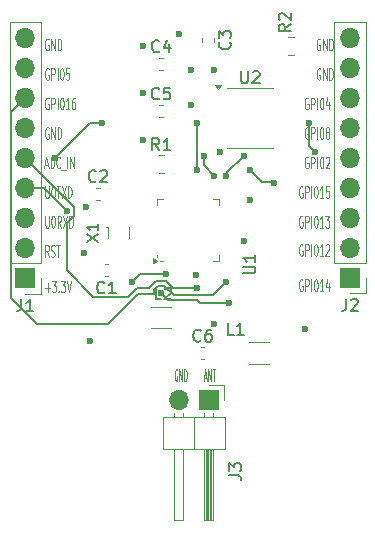
<source format=gbr>
%TF.GenerationSoftware,KiCad,Pcbnew,8.0.3*%
%TF.CreationDate,2024-07-01T13:41:45+02:00*%
%TF.ProjectId,ESP8266,45535038-3236-4362-9e6b-696361645f70,rev?*%
%TF.SameCoordinates,Original*%
%TF.FileFunction,Legend,Top*%
%TF.FilePolarity,Positive*%
%FSLAX46Y46*%
G04 Gerber Fmt 4.6, Leading zero omitted, Abs format (unit mm)*
G04 Created by KiCad (PCBNEW 8.0.3) date 2024-07-01 13:41:45*
%MOMM*%
%LPD*%
G01*
G04 APERTURE LIST*
%ADD10C,0.100000*%
%ADD11C,0.097600*%
%ADD12C,0.150000*%
%ADD13C,0.120000*%
%TA.AperFunction,ComponentPad*%
%ADD14R,1.700000X1.700000*%
%TD*%
%TA.AperFunction,ComponentPad*%
%ADD15O,1.700000X1.700000*%
%TD*%
%TA.AperFunction,ViaPad*%
%ADD16C,0.600000*%
%TD*%
%TA.AperFunction,Conductor*%
%ADD17C,0.200000*%
%TD*%
G04 APERTURE END LIST*
D10*
X116959998Y-90420038D02*
X116910722Y-90372419D01*
X116910722Y-90372419D02*
X116836808Y-90372419D01*
X116836808Y-90372419D02*
X116762893Y-90420038D01*
X116762893Y-90420038D02*
X116713617Y-90515276D01*
X116713617Y-90515276D02*
X116688979Y-90610514D01*
X116688979Y-90610514D02*
X116664341Y-90800990D01*
X116664341Y-90800990D02*
X116664341Y-90943847D01*
X116664341Y-90943847D02*
X116688979Y-91134323D01*
X116688979Y-91134323D02*
X116713617Y-91229561D01*
X116713617Y-91229561D02*
X116762893Y-91324800D01*
X116762893Y-91324800D02*
X116836808Y-91372419D01*
X116836808Y-91372419D02*
X116886084Y-91372419D01*
X116886084Y-91372419D02*
X116959998Y-91324800D01*
X116959998Y-91324800D02*
X116984636Y-91277180D01*
X116984636Y-91277180D02*
X116984636Y-90943847D01*
X116984636Y-90943847D02*
X116886084Y-90943847D01*
X117206379Y-91372419D02*
X117206379Y-90372419D01*
X117206379Y-90372419D02*
X117502036Y-91372419D01*
X117502036Y-91372419D02*
X117502036Y-90372419D01*
X117748417Y-91372419D02*
X117748417Y-90372419D01*
X117748417Y-90372419D02*
X117871607Y-90372419D01*
X117871607Y-90372419D02*
X117945522Y-90420038D01*
X117945522Y-90420038D02*
X117994798Y-90515276D01*
X117994798Y-90515276D02*
X118019436Y-90610514D01*
X118019436Y-90610514D02*
X118044074Y-90800990D01*
X118044074Y-90800990D02*
X118044074Y-90943847D01*
X118044074Y-90943847D02*
X118019436Y-91134323D01*
X118019436Y-91134323D02*
X117994798Y-91229561D01*
X117994798Y-91229561D02*
X117945522Y-91324800D01*
X117945522Y-91324800D02*
X117871607Y-91372419D01*
X117871607Y-91372419D02*
X117748417Y-91372419D01*
X116959998Y-82920038D02*
X116910722Y-82872419D01*
X116910722Y-82872419D02*
X116836808Y-82872419D01*
X116836808Y-82872419D02*
X116762893Y-82920038D01*
X116762893Y-82920038D02*
X116713617Y-83015276D01*
X116713617Y-83015276D02*
X116688979Y-83110514D01*
X116688979Y-83110514D02*
X116664341Y-83300990D01*
X116664341Y-83300990D02*
X116664341Y-83443847D01*
X116664341Y-83443847D02*
X116688979Y-83634323D01*
X116688979Y-83634323D02*
X116713617Y-83729561D01*
X116713617Y-83729561D02*
X116762893Y-83824800D01*
X116762893Y-83824800D02*
X116836808Y-83872419D01*
X116836808Y-83872419D02*
X116886084Y-83872419D01*
X116886084Y-83872419D02*
X116959998Y-83824800D01*
X116959998Y-83824800D02*
X116984636Y-83777180D01*
X116984636Y-83777180D02*
X116984636Y-83443847D01*
X116984636Y-83443847D02*
X116886084Y-83443847D01*
X117206379Y-83872419D02*
X117206379Y-82872419D01*
X117206379Y-82872419D02*
X117502036Y-83872419D01*
X117502036Y-83872419D02*
X117502036Y-82872419D01*
X117748417Y-83872419D02*
X117748417Y-82872419D01*
X117748417Y-82872419D02*
X117871607Y-82872419D01*
X117871607Y-82872419D02*
X117945522Y-82920038D01*
X117945522Y-82920038D02*
X117994798Y-83015276D01*
X117994798Y-83015276D02*
X118019436Y-83110514D01*
X118019436Y-83110514D02*
X118044074Y-83300990D01*
X118044074Y-83300990D02*
X118044074Y-83443847D01*
X118044074Y-83443847D02*
X118019436Y-83634323D01*
X118019436Y-83634323D02*
X117994798Y-83729561D01*
X117994798Y-83729561D02*
X117945522Y-83824800D01*
X117945522Y-83824800D02*
X117871607Y-83872419D01*
X117871607Y-83872419D02*
X117748417Y-83872419D01*
X139959998Y-82920038D02*
X139910722Y-82872419D01*
X139910722Y-82872419D02*
X139836808Y-82872419D01*
X139836808Y-82872419D02*
X139762893Y-82920038D01*
X139762893Y-82920038D02*
X139713617Y-83015276D01*
X139713617Y-83015276D02*
X139688979Y-83110514D01*
X139688979Y-83110514D02*
X139664341Y-83300990D01*
X139664341Y-83300990D02*
X139664341Y-83443847D01*
X139664341Y-83443847D02*
X139688979Y-83634323D01*
X139688979Y-83634323D02*
X139713617Y-83729561D01*
X139713617Y-83729561D02*
X139762893Y-83824800D01*
X139762893Y-83824800D02*
X139836808Y-83872419D01*
X139836808Y-83872419D02*
X139886084Y-83872419D01*
X139886084Y-83872419D02*
X139959998Y-83824800D01*
X139959998Y-83824800D02*
X139984636Y-83777180D01*
X139984636Y-83777180D02*
X139984636Y-83443847D01*
X139984636Y-83443847D02*
X139886084Y-83443847D01*
X140206379Y-83872419D02*
X140206379Y-82872419D01*
X140206379Y-82872419D02*
X140502036Y-83872419D01*
X140502036Y-83872419D02*
X140502036Y-82872419D01*
X140748417Y-83872419D02*
X140748417Y-82872419D01*
X140748417Y-82872419D02*
X140871607Y-82872419D01*
X140871607Y-82872419D02*
X140945522Y-82920038D01*
X140945522Y-82920038D02*
X140994798Y-83015276D01*
X140994798Y-83015276D02*
X141019436Y-83110514D01*
X141019436Y-83110514D02*
X141044074Y-83300990D01*
X141044074Y-83300990D02*
X141044074Y-83443847D01*
X141044074Y-83443847D02*
X141019436Y-83634323D01*
X141019436Y-83634323D02*
X140994798Y-83729561D01*
X140994798Y-83729561D02*
X140945522Y-83824800D01*
X140945522Y-83824800D02*
X140871607Y-83872419D01*
X140871607Y-83872419D02*
X140748417Y-83872419D01*
D11*
X127861657Y-110920162D02*
X127824476Y-110872543D01*
X127824476Y-110872543D02*
X127768705Y-110872543D01*
X127768705Y-110872543D02*
X127712933Y-110920162D01*
X127712933Y-110920162D02*
X127675752Y-111015400D01*
X127675752Y-111015400D02*
X127657162Y-111110638D01*
X127657162Y-111110638D02*
X127638571Y-111301114D01*
X127638571Y-111301114D02*
X127638571Y-111443971D01*
X127638571Y-111443971D02*
X127657162Y-111634447D01*
X127657162Y-111634447D02*
X127675752Y-111729685D01*
X127675752Y-111729685D02*
X127712933Y-111824924D01*
X127712933Y-111824924D02*
X127768705Y-111872543D01*
X127768705Y-111872543D02*
X127805886Y-111872543D01*
X127805886Y-111872543D02*
X127861657Y-111824924D01*
X127861657Y-111824924D02*
X127880248Y-111777304D01*
X127880248Y-111777304D02*
X127880248Y-111443971D01*
X127880248Y-111443971D02*
X127805886Y-111443971D01*
X128047562Y-111872543D02*
X128047562Y-110872543D01*
X128047562Y-110872543D02*
X128270648Y-111872543D01*
X128270648Y-111872543D02*
X128270648Y-110872543D01*
X128456552Y-111872543D02*
X128456552Y-110872543D01*
X128456552Y-110872543D02*
X128549504Y-110872543D01*
X128549504Y-110872543D02*
X128605276Y-110920162D01*
X128605276Y-110920162D02*
X128642457Y-111015400D01*
X128642457Y-111015400D02*
X128661047Y-111110638D01*
X128661047Y-111110638D02*
X128679638Y-111301114D01*
X128679638Y-111301114D02*
X128679638Y-111443971D01*
X128679638Y-111443971D02*
X128661047Y-111634447D01*
X128661047Y-111634447D02*
X128642457Y-111729685D01*
X128642457Y-111729685D02*
X128605276Y-111824924D01*
X128605276Y-111824924D02*
X128549504Y-111872543D01*
X128549504Y-111872543D02*
X128456552Y-111872543D01*
D10*
X116688979Y-97872419D02*
X116688979Y-98681942D01*
X116688979Y-98681942D02*
X116713617Y-98777180D01*
X116713617Y-98777180D02*
X116738255Y-98824800D01*
X116738255Y-98824800D02*
X116787531Y-98872419D01*
X116787531Y-98872419D02*
X116886084Y-98872419D01*
X116886084Y-98872419D02*
X116935360Y-98824800D01*
X116935360Y-98824800D02*
X116959998Y-98777180D01*
X116959998Y-98777180D02*
X116984636Y-98681942D01*
X116984636Y-98681942D02*
X116984636Y-97872419D01*
X117329569Y-97872419D02*
X117378846Y-97872419D01*
X117378846Y-97872419D02*
X117428122Y-97920038D01*
X117428122Y-97920038D02*
X117452760Y-97967657D01*
X117452760Y-97967657D02*
X117477398Y-98062895D01*
X117477398Y-98062895D02*
X117502036Y-98253371D01*
X117502036Y-98253371D02*
X117502036Y-98491466D01*
X117502036Y-98491466D02*
X117477398Y-98681942D01*
X117477398Y-98681942D02*
X117452760Y-98777180D01*
X117452760Y-98777180D02*
X117428122Y-98824800D01*
X117428122Y-98824800D02*
X117378846Y-98872419D01*
X117378846Y-98872419D02*
X117329569Y-98872419D01*
X117329569Y-98872419D02*
X117280293Y-98824800D01*
X117280293Y-98824800D02*
X117255655Y-98777180D01*
X117255655Y-98777180D02*
X117231017Y-98681942D01*
X117231017Y-98681942D02*
X117206379Y-98491466D01*
X117206379Y-98491466D02*
X117206379Y-98253371D01*
X117206379Y-98253371D02*
X117231017Y-98062895D01*
X117231017Y-98062895D02*
X117255655Y-97967657D01*
X117255655Y-97967657D02*
X117280293Y-97920038D01*
X117280293Y-97920038D02*
X117329569Y-97872419D01*
X118019436Y-98872419D02*
X117846969Y-98396228D01*
X117723779Y-98872419D02*
X117723779Y-97872419D01*
X117723779Y-97872419D02*
X117920884Y-97872419D01*
X117920884Y-97872419D02*
X117970160Y-97920038D01*
X117970160Y-97920038D02*
X117994798Y-97967657D01*
X117994798Y-97967657D02*
X118019436Y-98062895D01*
X118019436Y-98062895D02*
X118019436Y-98205752D01*
X118019436Y-98205752D02*
X117994798Y-98300990D01*
X117994798Y-98300990D02*
X117970160Y-98348609D01*
X117970160Y-98348609D02*
X117920884Y-98396228D01*
X117920884Y-98396228D02*
X117723779Y-98396228D01*
X118191903Y-97872419D02*
X118536836Y-98872419D01*
X118536836Y-97872419D02*
X118191903Y-98872419D01*
X118733941Y-98872419D02*
X118733941Y-97872419D01*
X118733941Y-97872419D02*
X118857131Y-97872419D01*
X118857131Y-97872419D02*
X118931046Y-97920038D01*
X118931046Y-97920038D02*
X118980322Y-98015276D01*
X118980322Y-98015276D02*
X119004960Y-98110514D01*
X119004960Y-98110514D02*
X119029598Y-98300990D01*
X119029598Y-98300990D02*
X119029598Y-98443847D01*
X119029598Y-98443847D02*
X119004960Y-98634323D01*
X119004960Y-98634323D02*
X118980322Y-98729561D01*
X118980322Y-98729561D02*
X118931046Y-98824800D01*
X118931046Y-98824800D02*
X118857131Y-98872419D01*
X118857131Y-98872419D02*
X118733941Y-98872419D01*
X116688979Y-103991466D02*
X117083189Y-103991466D01*
X116886084Y-104372419D02*
X116886084Y-103610514D01*
X117280293Y-103372419D02*
X117600588Y-103372419D01*
X117600588Y-103372419D02*
X117428121Y-103753371D01*
X117428121Y-103753371D02*
X117502036Y-103753371D01*
X117502036Y-103753371D02*
X117551312Y-103800990D01*
X117551312Y-103800990D02*
X117575950Y-103848609D01*
X117575950Y-103848609D02*
X117600588Y-103943847D01*
X117600588Y-103943847D02*
X117600588Y-104181942D01*
X117600588Y-104181942D02*
X117575950Y-104277180D01*
X117575950Y-104277180D02*
X117551312Y-104324800D01*
X117551312Y-104324800D02*
X117502036Y-104372419D01*
X117502036Y-104372419D02*
X117354207Y-104372419D01*
X117354207Y-104372419D02*
X117304931Y-104324800D01*
X117304931Y-104324800D02*
X117280293Y-104277180D01*
X117822331Y-104277180D02*
X117846969Y-104324800D01*
X117846969Y-104324800D02*
X117822331Y-104372419D01*
X117822331Y-104372419D02*
X117797693Y-104324800D01*
X117797693Y-104324800D02*
X117822331Y-104277180D01*
X117822331Y-104277180D02*
X117822331Y-104372419D01*
X118019436Y-103372419D02*
X118339731Y-103372419D01*
X118339731Y-103372419D02*
X118167264Y-103753371D01*
X118167264Y-103753371D02*
X118241179Y-103753371D01*
X118241179Y-103753371D02*
X118290455Y-103800990D01*
X118290455Y-103800990D02*
X118315093Y-103848609D01*
X118315093Y-103848609D02*
X118339731Y-103943847D01*
X118339731Y-103943847D02*
X118339731Y-104181942D01*
X118339731Y-104181942D02*
X118315093Y-104277180D01*
X118315093Y-104277180D02*
X118290455Y-104324800D01*
X118290455Y-104324800D02*
X118241179Y-104372419D01*
X118241179Y-104372419D02*
X118093350Y-104372419D01*
X118093350Y-104372419D02*
X118044074Y-104324800D01*
X118044074Y-104324800D02*
X118019436Y-104277180D01*
X118487560Y-103372419D02*
X118660026Y-104372419D01*
X118660026Y-104372419D02*
X118832493Y-103372419D01*
X116688979Y-95372419D02*
X116688979Y-96181942D01*
X116688979Y-96181942D02*
X116713617Y-96277180D01*
X116713617Y-96277180D02*
X116738255Y-96324800D01*
X116738255Y-96324800D02*
X116787531Y-96372419D01*
X116787531Y-96372419D02*
X116886084Y-96372419D01*
X116886084Y-96372419D02*
X116935360Y-96324800D01*
X116935360Y-96324800D02*
X116959998Y-96277180D01*
X116959998Y-96277180D02*
X116984636Y-96181942D01*
X116984636Y-96181942D02*
X116984636Y-95372419D01*
X117329569Y-95372419D02*
X117378846Y-95372419D01*
X117378846Y-95372419D02*
X117428122Y-95420038D01*
X117428122Y-95420038D02*
X117452760Y-95467657D01*
X117452760Y-95467657D02*
X117477398Y-95562895D01*
X117477398Y-95562895D02*
X117502036Y-95753371D01*
X117502036Y-95753371D02*
X117502036Y-95991466D01*
X117502036Y-95991466D02*
X117477398Y-96181942D01*
X117477398Y-96181942D02*
X117452760Y-96277180D01*
X117452760Y-96277180D02*
X117428122Y-96324800D01*
X117428122Y-96324800D02*
X117378846Y-96372419D01*
X117378846Y-96372419D02*
X117329569Y-96372419D01*
X117329569Y-96372419D02*
X117280293Y-96324800D01*
X117280293Y-96324800D02*
X117255655Y-96277180D01*
X117255655Y-96277180D02*
X117231017Y-96181942D01*
X117231017Y-96181942D02*
X117206379Y-95991466D01*
X117206379Y-95991466D02*
X117206379Y-95753371D01*
X117206379Y-95753371D02*
X117231017Y-95562895D01*
X117231017Y-95562895D02*
X117255655Y-95467657D01*
X117255655Y-95467657D02*
X117280293Y-95420038D01*
X117280293Y-95420038D02*
X117329569Y-95372419D01*
X117649865Y-95372419D02*
X117945522Y-95372419D01*
X117797693Y-96372419D02*
X117797693Y-95372419D01*
X118068713Y-95372419D02*
X118413646Y-96372419D01*
X118413646Y-95372419D02*
X118068713Y-96372419D01*
X118610751Y-96372419D02*
X118610751Y-95372419D01*
X118610751Y-95372419D02*
X118733941Y-95372419D01*
X118733941Y-95372419D02*
X118807856Y-95420038D01*
X118807856Y-95420038D02*
X118857132Y-95515276D01*
X118857132Y-95515276D02*
X118881770Y-95610514D01*
X118881770Y-95610514D02*
X118906408Y-95800990D01*
X118906408Y-95800990D02*
X118906408Y-95943847D01*
X118906408Y-95943847D02*
X118881770Y-96134323D01*
X118881770Y-96134323D02*
X118857132Y-96229561D01*
X118857132Y-96229561D02*
X118807856Y-96324800D01*
X118807856Y-96324800D02*
X118733941Y-96372419D01*
X118733941Y-96372419D02*
X118610751Y-96372419D01*
X138459998Y-100310094D02*
X138410722Y-100262475D01*
X138410722Y-100262475D02*
X138336808Y-100262475D01*
X138336808Y-100262475D02*
X138262893Y-100310094D01*
X138262893Y-100310094D02*
X138213617Y-100405332D01*
X138213617Y-100405332D02*
X138188979Y-100500570D01*
X138188979Y-100500570D02*
X138164341Y-100691046D01*
X138164341Y-100691046D02*
X138164341Y-100833903D01*
X138164341Y-100833903D02*
X138188979Y-101024379D01*
X138188979Y-101024379D02*
X138213617Y-101119617D01*
X138213617Y-101119617D02*
X138262893Y-101214856D01*
X138262893Y-101214856D02*
X138336808Y-101262475D01*
X138336808Y-101262475D02*
X138386084Y-101262475D01*
X138386084Y-101262475D02*
X138459998Y-101214856D01*
X138459998Y-101214856D02*
X138484636Y-101167236D01*
X138484636Y-101167236D02*
X138484636Y-100833903D01*
X138484636Y-100833903D02*
X138386084Y-100833903D01*
X138706379Y-101262475D02*
X138706379Y-100262475D01*
X138706379Y-100262475D02*
X138903484Y-100262475D01*
X138903484Y-100262475D02*
X138952760Y-100310094D01*
X138952760Y-100310094D02*
X138977398Y-100357713D01*
X138977398Y-100357713D02*
X139002036Y-100452951D01*
X139002036Y-100452951D02*
X139002036Y-100595808D01*
X139002036Y-100595808D02*
X138977398Y-100691046D01*
X138977398Y-100691046D02*
X138952760Y-100738665D01*
X138952760Y-100738665D02*
X138903484Y-100786284D01*
X138903484Y-100786284D02*
X138706379Y-100786284D01*
X139223779Y-101262475D02*
X139223779Y-100262475D01*
X139568712Y-100262475D02*
X139617989Y-100262475D01*
X139617989Y-100262475D02*
X139667265Y-100310094D01*
X139667265Y-100310094D02*
X139691903Y-100357713D01*
X139691903Y-100357713D02*
X139716541Y-100452951D01*
X139716541Y-100452951D02*
X139741179Y-100643427D01*
X139741179Y-100643427D02*
X139741179Y-100881522D01*
X139741179Y-100881522D02*
X139716541Y-101071998D01*
X139716541Y-101071998D02*
X139691903Y-101167236D01*
X139691903Y-101167236D02*
X139667265Y-101214856D01*
X139667265Y-101214856D02*
X139617989Y-101262475D01*
X139617989Y-101262475D02*
X139568712Y-101262475D01*
X139568712Y-101262475D02*
X139519436Y-101214856D01*
X139519436Y-101214856D02*
X139494798Y-101167236D01*
X139494798Y-101167236D02*
X139470160Y-101071998D01*
X139470160Y-101071998D02*
X139445522Y-100881522D01*
X139445522Y-100881522D02*
X139445522Y-100643427D01*
X139445522Y-100643427D02*
X139470160Y-100452951D01*
X139470160Y-100452951D02*
X139494798Y-100357713D01*
X139494798Y-100357713D02*
X139519436Y-100310094D01*
X139519436Y-100310094D02*
X139568712Y-100262475D01*
X140233941Y-101262475D02*
X139938284Y-101262475D01*
X140086112Y-101262475D02*
X140086112Y-100262475D01*
X140086112Y-100262475D02*
X140036836Y-100405332D01*
X140036836Y-100405332D02*
X139987560Y-100500570D01*
X139987560Y-100500570D02*
X139938284Y-100548189D01*
X140431046Y-100357713D02*
X140455684Y-100310094D01*
X140455684Y-100310094D02*
X140504960Y-100262475D01*
X140504960Y-100262475D02*
X140628151Y-100262475D01*
X140628151Y-100262475D02*
X140677427Y-100310094D01*
X140677427Y-100310094D02*
X140702065Y-100357713D01*
X140702065Y-100357713D02*
X140726703Y-100452951D01*
X140726703Y-100452951D02*
X140726703Y-100548189D01*
X140726703Y-100548189D02*
X140702065Y-100691046D01*
X140702065Y-100691046D02*
X140406408Y-101262475D01*
X140406408Y-101262475D02*
X140726703Y-101262475D01*
X138459998Y-103310094D02*
X138410722Y-103262475D01*
X138410722Y-103262475D02*
X138336808Y-103262475D01*
X138336808Y-103262475D02*
X138262893Y-103310094D01*
X138262893Y-103310094D02*
X138213617Y-103405332D01*
X138213617Y-103405332D02*
X138188979Y-103500570D01*
X138188979Y-103500570D02*
X138164341Y-103691046D01*
X138164341Y-103691046D02*
X138164341Y-103833903D01*
X138164341Y-103833903D02*
X138188979Y-104024379D01*
X138188979Y-104024379D02*
X138213617Y-104119617D01*
X138213617Y-104119617D02*
X138262893Y-104214856D01*
X138262893Y-104214856D02*
X138336808Y-104262475D01*
X138336808Y-104262475D02*
X138386084Y-104262475D01*
X138386084Y-104262475D02*
X138459998Y-104214856D01*
X138459998Y-104214856D02*
X138484636Y-104167236D01*
X138484636Y-104167236D02*
X138484636Y-103833903D01*
X138484636Y-103833903D02*
X138386084Y-103833903D01*
X138706379Y-104262475D02*
X138706379Y-103262475D01*
X138706379Y-103262475D02*
X138903484Y-103262475D01*
X138903484Y-103262475D02*
X138952760Y-103310094D01*
X138952760Y-103310094D02*
X138977398Y-103357713D01*
X138977398Y-103357713D02*
X139002036Y-103452951D01*
X139002036Y-103452951D02*
X139002036Y-103595808D01*
X139002036Y-103595808D02*
X138977398Y-103691046D01*
X138977398Y-103691046D02*
X138952760Y-103738665D01*
X138952760Y-103738665D02*
X138903484Y-103786284D01*
X138903484Y-103786284D02*
X138706379Y-103786284D01*
X139223779Y-104262475D02*
X139223779Y-103262475D01*
X139568712Y-103262475D02*
X139617989Y-103262475D01*
X139617989Y-103262475D02*
X139667265Y-103310094D01*
X139667265Y-103310094D02*
X139691903Y-103357713D01*
X139691903Y-103357713D02*
X139716541Y-103452951D01*
X139716541Y-103452951D02*
X139741179Y-103643427D01*
X139741179Y-103643427D02*
X139741179Y-103881522D01*
X139741179Y-103881522D02*
X139716541Y-104071998D01*
X139716541Y-104071998D02*
X139691903Y-104167236D01*
X139691903Y-104167236D02*
X139667265Y-104214856D01*
X139667265Y-104214856D02*
X139617989Y-104262475D01*
X139617989Y-104262475D02*
X139568712Y-104262475D01*
X139568712Y-104262475D02*
X139519436Y-104214856D01*
X139519436Y-104214856D02*
X139494798Y-104167236D01*
X139494798Y-104167236D02*
X139470160Y-104071998D01*
X139470160Y-104071998D02*
X139445522Y-103881522D01*
X139445522Y-103881522D02*
X139445522Y-103643427D01*
X139445522Y-103643427D02*
X139470160Y-103452951D01*
X139470160Y-103452951D02*
X139494798Y-103357713D01*
X139494798Y-103357713D02*
X139519436Y-103310094D01*
X139519436Y-103310094D02*
X139568712Y-103262475D01*
X140233941Y-104262475D02*
X139938284Y-104262475D01*
X140086112Y-104262475D02*
X140086112Y-103262475D01*
X140086112Y-103262475D02*
X140036836Y-103405332D01*
X140036836Y-103405332D02*
X139987560Y-103500570D01*
X139987560Y-103500570D02*
X139938284Y-103548189D01*
X140677427Y-103595808D02*
X140677427Y-104262475D01*
X140554236Y-103214856D02*
X140431046Y-103929141D01*
X140431046Y-103929141D02*
X140751341Y-103929141D01*
D11*
X130138571Y-111586828D02*
X130324476Y-111586828D01*
X130101390Y-111872543D02*
X130231524Y-110872543D01*
X130231524Y-110872543D02*
X130361657Y-111872543D01*
X130491791Y-111872543D02*
X130491791Y-110872543D01*
X130491791Y-110872543D02*
X130714877Y-111872543D01*
X130714877Y-111872543D02*
X130714877Y-110872543D01*
X130845009Y-110872543D02*
X131068095Y-110872543D01*
X130956552Y-111872543D02*
X130956552Y-110872543D01*
D10*
X116959998Y-87920038D02*
X116910722Y-87872419D01*
X116910722Y-87872419D02*
X116836808Y-87872419D01*
X116836808Y-87872419D02*
X116762893Y-87920038D01*
X116762893Y-87920038D02*
X116713617Y-88015276D01*
X116713617Y-88015276D02*
X116688979Y-88110514D01*
X116688979Y-88110514D02*
X116664341Y-88300990D01*
X116664341Y-88300990D02*
X116664341Y-88443847D01*
X116664341Y-88443847D02*
X116688979Y-88634323D01*
X116688979Y-88634323D02*
X116713617Y-88729561D01*
X116713617Y-88729561D02*
X116762893Y-88824800D01*
X116762893Y-88824800D02*
X116836808Y-88872419D01*
X116836808Y-88872419D02*
X116886084Y-88872419D01*
X116886084Y-88872419D02*
X116959998Y-88824800D01*
X116959998Y-88824800D02*
X116984636Y-88777180D01*
X116984636Y-88777180D02*
X116984636Y-88443847D01*
X116984636Y-88443847D02*
X116886084Y-88443847D01*
X117206379Y-88872419D02*
X117206379Y-87872419D01*
X117206379Y-87872419D02*
X117403484Y-87872419D01*
X117403484Y-87872419D02*
X117452760Y-87920038D01*
X117452760Y-87920038D02*
X117477398Y-87967657D01*
X117477398Y-87967657D02*
X117502036Y-88062895D01*
X117502036Y-88062895D02*
X117502036Y-88205752D01*
X117502036Y-88205752D02*
X117477398Y-88300990D01*
X117477398Y-88300990D02*
X117452760Y-88348609D01*
X117452760Y-88348609D02*
X117403484Y-88396228D01*
X117403484Y-88396228D02*
X117206379Y-88396228D01*
X117723779Y-88872419D02*
X117723779Y-87872419D01*
X118068712Y-87872419D02*
X118117989Y-87872419D01*
X118117989Y-87872419D02*
X118167265Y-87920038D01*
X118167265Y-87920038D02*
X118191903Y-87967657D01*
X118191903Y-87967657D02*
X118216541Y-88062895D01*
X118216541Y-88062895D02*
X118241179Y-88253371D01*
X118241179Y-88253371D02*
X118241179Y-88491466D01*
X118241179Y-88491466D02*
X118216541Y-88681942D01*
X118216541Y-88681942D02*
X118191903Y-88777180D01*
X118191903Y-88777180D02*
X118167265Y-88824800D01*
X118167265Y-88824800D02*
X118117989Y-88872419D01*
X118117989Y-88872419D02*
X118068712Y-88872419D01*
X118068712Y-88872419D02*
X118019436Y-88824800D01*
X118019436Y-88824800D02*
X117994798Y-88777180D01*
X117994798Y-88777180D02*
X117970160Y-88681942D01*
X117970160Y-88681942D02*
X117945522Y-88491466D01*
X117945522Y-88491466D02*
X117945522Y-88253371D01*
X117945522Y-88253371D02*
X117970160Y-88062895D01*
X117970160Y-88062895D02*
X117994798Y-87967657D01*
X117994798Y-87967657D02*
X118019436Y-87920038D01*
X118019436Y-87920038D02*
X118068712Y-87872419D01*
X118733941Y-88872419D02*
X118438284Y-88872419D01*
X118586112Y-88872419D02*
X118586112Y-87872419D01*
X118586112Y-87872419D02*
X118536836Y-88015276D01*
X118536836Y-88015276D02*
X118487560Y-88110514D01*
X118487560Y-88110514D02*
X118438284Y-88158133D01*
X119177427Y-87872419D02*
X119078874Y-87872419D01*
X119078874Y-87872419D02*
X119029598Y-87920038D01*
X119029598Y-87920038D02*
X119004960Y-87967657D01*
X119004960Y-87967657D02*
X118955684Y-88110514D01*
X118955684Y-88110514D02*
X118931046Y-88300990D01*
X118931046Y-88300990D02*
X118931046Y-88681942D01*
X118931046Y-88681942D02*
X118955684Y-88777180D01*
X118955684Y-88777180D02*
X118980322Y-88824800D01*
X118980322Y-88824800D02*
X119029598Y-88872419D01*
X119029598Y-88872419D02*
X119128151Y-88872419D01*
X119128151Y-88872419D02*
X119177427Y-88824800D01*
X119177427Y-88824800D02*
X119202065Y-88777180D01*
X119202065Y-88777180D02*
X119226703Y-88681942D01*
X119226703Y-88681942D02*
X119226703Y-88443847D01*
X119226703Y-88443847D02*
X119202065Y-88348609D01*
X119202065Y-88348609D02*
X119177427Y-88300990D01*
X119177427Y-88300990D02*
X119128151Y-88253371D01*
X119128151Y-88253371D02*
X119029598Y-88253371D01*
X119029598Y-88253371D02*
X118980322Y-88300990D01*
X118980322Y-88300990D02*
X118955684Y-88348609D01*
X118955684Y-88348609D02*
X118931046Y-88443847D01*
X138459998Y-95420038D02*
X138410722Y-95372419D01*
X138410722Y-95372419D02*
X138336808Y-95372419D01*
X138336808Y-95372419D02*
X138262893Y-95420038D01*
X138262893Y-95420038D02*
X138213617Y-95515276D01*
X138213617Y-95515276D02*
X138188979Y-95610514D01*
X138188979Y-95610514D02*
X138164341Y-95800990D01*
X138164341Y-95800990D02*
X138164341Y-95943847D01*
X138164341Y-95943847D02*
X138188979Y-96134323D01*
X138188979Y-96134323D02*
X138213617Y-96229561D01*
X138213617Y-96229561D02*
X138262893Y-96324800D01*
X138262893Y-96324800D02*
X138336808Y-96372419D01*
X138336808Y-96372419D02*
X138386084Y-96372419D01*
X138386084Y-96372419D02*
X138459998Y-96324800D01*
X138459998Y-96324800D02*
X138484636Y-96277180D01*
X138484636Y-96277180D02*
X138484636Y-95943847D01*
X138484636Y-95943847D02*
X138386084Y-95943847D01*
X138706379Y-96372419D02*
X138706379Y-95372419D01*
X138706379Y-95372419D02*
X138903484Y-95372419D01*
X138903484Y-95372419D02*
X138952760Y-95420038D01*
X138952760Y-95420038D02*
X138977398Y-95467657D01*
X138977398Y-95467657D02*
X139002036Y-95562895D01*
X139002036Y-95562895D02*
X139002036Y-95705752D01*
X139002036Y-95705752D02*
X138977398Y-95800990D01*
X138977398Y-95800990D02*
X138952760Y-95848609D01*
X138952760Y-95848609D02*
X138903484Y-95896228D01*
X138903484Y-95896228D02*
X138706379Y-95896228D01*
X139223779Y-96372419D02*
X139223779Y-95372419D01*
X139568712Y-95372419D02*
X139617989Y-95372419D01*
X139617989Y-95372419D02*
X139667265Y-95420038D01*
X139667265Y-95420038D02*
X139691903Y-95467657D01*
X139691903Y-95467657D02*
X139716541Y-95562895D01*
X139716541Y-95562895D02*
X139741179Y-95753371D01*
X139741179Y-95753371D02*
X139741179Y-95991466D01*
X139741179Y-95991466D02*
X139716541Y-96181942D01*
X139716541Y-96181942D02*
X139691903Y-96277180D01*
X139691903Y-96277180D02*
X139667265Y-96324800D01*
X139667265Y-96324800D02*
X139617989Y-96372419D01*
X139617989Y-96372419D02*
X139568712Y-96372419D01*
X139568712Y-96372419D02*
X139519436Y-96324800D01*
X139519436Y-96324800D02*
X139494798Y-96277180D01*
X139494798Y-96277180D02*
X139470160Y-96181942D01*
X139470160Y-96181942D02*
X139445522Y-95991466D01*
X139445522Y-95991466D02*
X139445522Y-95753371D01*
X139445522Y-95753371D02*
X139470160Y-95562895D01*
X139470160Y-95562895D02*
X139494798Y-95467657D01*
X139494798Y-95467657D02*
X139519436Y-95420038D01*
X139519436Y-95420038D02*
X139568712Y-95372419D01*
X140233941Y-96372419D02*
X139938284Y-96372419D01*
X140086112Y-96372419D02*
X140086112Y-95372419D01*
X140086112Y-95372419D02*
X140036836Y-95515276D01*
X140036836Y-95515276D02*
X139987560Y-95610514D01*
X139987560Y-95610514D02*
X139938284Y-95658133D01*
X140702065Y-95372419D02*
X140455684Y-95372419D01*
X140455684Y-95372419D02*
X140431046Y-95848609D01*
X140431046Y-95848609D02*
X140455684Y-95800990D01*
X140455684Y-95800990D02*
X140504960Y-95753371D01*
X140504960Y-95753371D02*
X140628151Y-95753371D01*
X140628151Y-95753371D02*
X140677427Y-95800990D01*
X140677427Y-95800990D02*
X140702065Y-95848609D01*
X140702065Y-95848609D02*
X140726703Y-95943847D01*
X140726703Y-95943847D02*
X140726703Y-96181942D01*
X140726703Y-96181942D02*
X140702065Y-96277180D01*
X140702065Y-96277180D02*
X140677427Y-96324800D01*
X140677427Y-96324800D02*
X140628151Y-96372419D01*
X140628151Y-96372419D02*
X140504960Y-96372419D01*
X140504960Y-96372419D02*
X140455684Y-96324800D01*
X140455684Y-96324800D02*
X140431046Y-96277180D01*
X138959998Y-87920038D02*
X138910722Y-87872419D01*
X138910722Y-87872419D02*
X138836808Y-87872419D01*
X138836808Y-87872419D02*
X138762893Y-87920038D01*
X138762893Y-87920038D02*
X138713617Y-88015276D01*
X138713617Y-88015276D02*
X138688979Y-88110514D01*
X138688979Y-88110514D02*
X138664341Y-88300990D01*
X138664341Y-88300990D02*
X138664341Y-88443847D01*
X138664341Y-88443847D02*
X138688979Y-88634323D01*
X138688979Y-88634323D02*
X138713617Y-88729561D01*
X138713617Y-88729561D02*
X138762893Y-88824800D01*
X138762893Y-88824800D02*
X138836808Y-88872419D01*
X138836808Y-88872419D02*
X138886084Y-88872419D01*
X138886084Y-88872419D02*
X138959998Y-88824800D01*
X138959998Y-88824800D02*
X138984636Y-88777180D01*
X138984636Y-88777180D02*
X138984636Y-88443847D01*
X138984636Y-88443847D02*
X138886084Y-88443847D01*
X139206379Y-88872419D02*
X139206379Y-87872419D01*
X139206379Y-87872419D02*
X139403484Y-87872419D01*
X139403484Y-87872419D02*
X139452760Y-87920038D01*
X139452760Y-87920038D02*
X139477398Y-87967657D01*
X139477398Y-87967657D02*
X139502036Y-88062895D01*
X139502036Y-88062895D02*
X139502036Y-88205752D01*
X139502036Y-88205752D02*
X139477398Y-88300990D01*
X139477398Y-88300990D02*
X139452760Y-88348609D01*
X139452760Y-88348609D02*
X139403484Y-88396228D01*
X139403484Y-88396228D02*
X139206379Y-88396228D01*
X139723779Y-88872419D02*
X139723779Y-87872419D01*
X140068712Y-87872419D02*
X140117989Y-87872419D01*
X140117989Y-87872419D02*
X140167265Y-87920038D01*
X140167265Y-87920038D02*
X140191903Y-87967657D01*
X140191903Y-87967657D02*
X140216541Y-88062895D01*
X140216541Y-88062895D02*
X140241179Y-88253371D01*
X140241179Y-88253371D02*
X140241179Y-88491466D01*
X140241179Y-88491466D02*
X140216541Y-88681942D01*
X140216541Y-88681942D02*
X140191903Y-88777180D01*
X140191903Y-88777180D02*
X140167265Y-88824800D01*
X140167265Y-88824800D02*
X140117989Y-88872419D01*
X140117989Y-88872419D02*
X140068712Y-88872419D01*
X140068712Y-88872419D02*
X140019436Y-88824800D01*
X140019436Y-88824800D02*
X139994798Y-88777180D01*
X139994798Y-88777180D02*
X139970160Y-88681942D01*
X139970160Y-88681942D02*
X139945522Y-88491466D01*
X139945522Y-88491466D02*
X139945522Y-88253371D01*
X139945522Y-88253371D02*
X139970160Y-88062895D01*
X139970160Y-88062895D02*
X139994798Y-87967657D01*
X139994798Y-87967657D02*
X140019436Y-87920038D01*
X140019436Y-87920038D02*
X140068712Y-87872419D01*
X140684665Y-88205752D02*
X140684665Y-88872419D01*
X140561474Y-87824800D02*
X140438284Y-88539085D01*
X140438284Y-88539085D02*
X140758579Y-88539085D01*
X138459998Y-97920038D02*
X138410722Y-97872419D01*
X138410722Y-97872419D02*
X138336808Y-97872419D01*
X138336808Y-97872419D02*
X138262893Y-97920038D01*
X138262893Y-97920038D02*
X138213617Y-98015276D01*
X138213617Y-98015276D02*
X138188979Y-98110514D01*
X138188979Y-98110514D02*
X138164341Y-98300990D01*
X138164341Y-98300990D02*
X138164341Y-98443847D01*
X138164341Y-98443847D02*
X138188979Y-98634323D01*
X138188979Y-98634323D02*
X138213617Y-98729561D01*
X138213617Y-98729561D02*
X138262893Y-98824800D01*
X138262893Y-98824800D02*
X138336808Y-98872419D01*
X138336808Y-98872419D02*
X138386084Y-98872419D01*
X138386084Y-98872419D02*
X138459998Y-98824800D01*
X138459998Y-98824800D02*
X138484636Y-98777180D01*
X138484636Y-98777180D02*
X138484636Y-98443847D01*
X138484636Y-98443847D02*
X138386084Y-98443847D01*
X138706379Y-98872419D02*
X138706379Y-97872419D01*
X138706379Y-97872419D02*
X138903484Y-97872419D01*
X138903484Y-97872419D02*
X138952760Y-97920038D01*
X138952760Y-97920038D02*
X138977398Y-97967657D01*
X138977398Y-97967657D02*
X139002036Y-98062895D01*
X139002036Y-98062895D02*
X139002036Y-98205752D01*
X139002036Y-98205752D02*
X138977398Y-98300990D01*
X138977398Y-98300990D02*
X138952760Y-98348609D01*
X138952760Y-98348609D02*
X138903484Y-98396228D01*
X138903484Y-98396228D02*
X138706379Y-98396228D01*
X139223779Y-98872419D02*
X139223779Y-97872419D01*
X139568712Y-97872419D02*
X139617989Y-97872419D01*
X139617989Y-97872419D02*
X139667265Y-97920038D01*
X139667265Y-97920038D02*
X139691903Y-97967657D01*
X139691903Y-97967657D02*
X139716541Y-98062895D01*
X139716541Y-98062895D02*
X139741179Y-98253371D01*
X139741179Y-98253371D02*
X139741179Y-98491466D01*
X139741179Y-98491466D02*
X139716541Y-98681942D01*
X139716541Y-98681942D02*
X139691903Y-98777180D01*
X139691903Y-98777180D02*
X139667265Y-98824800D01*
X139667265Y-98824800D02*
X139617989Y-98872419D01*
X139617989Y-98872419D02*
X139568712Y-98872419D01*
X139568712Y-98872419D02*
X139519436Y-98824800D01*
X139519436Y-98824800D02*
X139494798Y-98777180D01*
X139494798Y-98777180D02*
X139470160Y-98681942D01*
X139470160Y-98681942D02*
X139445522Y-98491466D01*
X139445522Y-98491466D02*
X139445522Y-98253371D01*
X139445522Y-98253371D02*
X139470160Y-98062895D01*
X139470160Y-98062895D02*
X139494798Y-97967657D01*
X139494798Y-97967657D02*
X139519436Y-97920038D01*
X139519436Y-97920038D02*
X139568712Y-97872419D01*
X140233941Y-98872419D02*
X139938284Y-98872419D01*
X140086112Y-98872419D02*
X140086112Y-97872419D01*
X140086112Y-97872419D02*
X140036836Y-98015276D01*
X140036836Y-98015276D02*
X139987560Y-98110514D01*
X139987560Y-98110514D02*
X139938284Y-98158133D01*
X140406408Y-97872419D02*
X140726703Y-97872419D01*
X140726703Y-97872419D02*
X140554236Y-98253371D01*
X140554236Y-98253371D02*
X140628151Y-98253371D01*
X140628151Y-98253371D02*
X140677427Y-98300990D01*
X140677427Y-98300990D02*
X140702065Y-98348609D01*
X140702065Y-98348609D02*
X140726703Y-98443847D01*
X140726703Y-98443847D02*
X140726703Y-98681942D01*
X140726703Y-98681942D02*
X140702065Y-98777180D01*
X140702065Y-98777180D02*
X140677427Y-98824800D01*
X140677427Y-98824800D02*
X140628151Y-98872419D01*
X140628151Y-98872419D02*
X140480322Y-98872419D01*
X140480322Y-98872419D02*
X140431046Y-98824800D01*
X140431046Y-98824800D02*
X140406408Y-98777180D01*
X139959998Y-85420038D02*
X139910722Y-85372419D01*
X139910722Y-85372419D02*
X139836808Y-85372419D01*
X139836808Y-85372419D02*
X139762893Y-85420038D01*
X139762893Y-85420038D02*
X139713617Y-85515276D01*
X139713617Y-85515276D02*
X139688979Y-85610514D01*
X139688979Y-85610514D02*
X139664341Y-85800990D01*
X139664341Y-85800990D02*
X139664341Y-85943847D01*
X139664341Y-85943847D02*
X139688979Y-86134323D01*
X139688979Y-86134323D02*
X139713617Y-86229561D01*
X139713617Y-86229561D02*
X139762893Y-86324800D01*
X139762893Y-86324800D02*
X139836808Y-86372419D01*
X139836808Y-86372419D02*
X139886084Y-86372419D01*
X139886084Y-86372419D02*
X139959998Y-86324800D01*
X139959998Y-86324800D02*
X139984636Y-86277180D01*
X139984636Y-86277180D02*
X139984636Y-85943847D01*
X139984636Y-85943847D02*
X139886084Y-85943847D01*
X140206379Y-86372419D02*
X140206379Y-85372419D01*
X140206379Y-85372419D02*
X140502036Y-86372419D01*
X140502036Y-86372419D02*
X140502036Y-85372419D01*
X140748417Y-86372419D02*
X140748417Y-85372419D01*
X140748417Y-85372419D02*
X140871607Y-85372419D01*
X140871607Y-85372419D02*
X140945522Y-85420038D01*
X140945522Y-85420038D02*
X140994798Y-85515276D01*
X140994798Y-85515276D02*
X141019436Y-85610514D01*
X141019436Y-85610514D02*
X141044074Y-85800990D01*
X141044074Y-85800990D02*
X141044074Y-85943847D01*
X141044074Y-85943847D02*
X141019436Y-86134323D01*
X141019436Y-86134323D02*
X140994798Y-86229561D01*
X140994798Y-86229561D02*
X140945522Y-86324800D01*
X140945522Y-86324800D02*
X140871607Y-86372419D01*
X140871607Y-86372419D02*
X140748417Y-86372419D01*
X116664341Y-93586704D02*
X116910722Y-93586704D01*
X116615065Y-93872419D02*
X116787531Y-92872419D01*
X116787531Y-92872419D02*
X116959998Y-93872419D01*
X117132465Y-93872419D02*
X117132465Y-92872419D01*
X117132465Y-92872419D02*
X117255655Y-92872419D01*
X117255655Y-92872419D02*
X117329570Y-92920038D01*
X117329570Y-92920038D02*
X117378846Y-93015276D01*
X117378846Y-93015276D02*
X117403484Y-93110514D01*
X117403484Y-93110514D02*
X117428122Y-93300990D01*
X117428122Y-93300990D02*
X117428122Y-93443847D01*
X117428122Y-93443847D02*
X117403484Y-93634323D01*
X117403484Y-93634323D02*
X117378846Y-93729561D01*
X117378846Y-93729561D02*
X117329570Y-93824800D01*
X117329570Y-93824800D02*
X117255655Y-93872419D01*
X117255655Y-93872419D02*
X117132465Y-93872419D01*
X117945522Y-93777180D02*
X117920884Y-93824800D01*
X117920884Y-93824800D02*
X117846970Y-93872419D01*
X117846970Y-93872419D02*
X117797694Y-93872419D01*
X117797694Y-93872419D02*
X117723779Y-93824800D01*
X117723779Y-93824800D02*
X117674503Y-93729561D01*
X117674503Y-93729561D02*
X117649865Y-93634323D01*
X117649865Y-93634323D02*
X117625227Y-93443847D01*
X117625227Y-93443847D02*
X117625227Y-93300990D01*
X117625227Y-93300990D02*
X117649865Y-93110514D01*
X117649865Y-93110514D02*
X117674503Y-93015276D01*
X117674503Y-93015276D02*
X117723779Y-92920038D01*
X117723779Y-92920038D02*
X117797694Y-92872419D01*
X117797694Y-92872419D02*
X117846970Y-92872419D01*
X117846970Y-92872419D02*
X117920884Y-92920038D01*
X117920884Y-92920038D02*
X117945522Y-92967657D01*
X118044075Y-93967657D02*
X118438284Y-93967657D01*
X118561475Y-93872419D02*
X118561475Y-92872419D01*
X118807856Y-93872419D02*
X118807856Y-92872419D01*
X118807856Y-92872419D02*
X119103513Y-93872419D01*
X119103513Y-93872419D02*
X119103513Y-92872419D01*
X138959998Y-92920038D02*
X138910722Y-92872419D01*
X138910722Y-92872419D02*
X138836808Y-92872419D01*
X138836808Y-92872419D02*
X138762893Y-92920038D01*
X138762893Y-92920038D02*
X138713617Y-93015276D01*
X138713617Y-93015276D02*
X138688979Y-93110514D01*
X138688979Y-93110514D02*
X138664341Y-93300990D01*
X138664341Y-93300990D02*
X138664341Y-93443847D01*
X138664341Y-93443847D02*
X138688979Y-93634323D01*
X138688979Y-93634323D02*
X138713617Y-93729561D01*
X138713617Y-93729561D02*
X138762893Y-93824800D01*
X138762893Y-93824800D02*
X138836808Y-93872419D01*
X138836808Y-93872419D02*
X138886084Y-93872419D01*
X138886084Y-93872419D02*
X138959998Y-93824800D01*
X138959998Y-93824800D02*
X138984636Y-93777180D01*
X138984636Y-93777180D02*
X138984636Y-93443847D01*
X138984636Y-93443847D02*
X138886084Y-93443847D01*
X139206379Y-93872419D02*
X139206379Y-92872419D01*
X139206379Y-92872419D02*
X139403484Y-92872419D01*
X139403484Y-92872419D02*
X139452760Y-92920038D01*
X139452760Y-92920038D02*
X139477398Y-92967657D01*
X139477398Y-92967657D02*
X139502036Y-93062895D01*
X139502036Y-93062895D02*
X139502036Y-93205752D01*
X139502036Y-93205752D02*
X139477398Y-93300990D01*
X139477398Y-93300990D02*
X139452760Y-93348609D01*
X139452760Y-93348609D02*
X139403484Y-93396228D01*
X139403484Y-93396228D02*
X139206379Y-93396228D01*
X139723779Y-93872419D02*
X139723779Y-92872419D01*
X140068712Y-92872419D02*
X140117989Y-92872419D01*
X140117989Y-92872419D02*
X140167265Y-92920038D01*
X140167265Y-92920038D02*
X140191903Y-92967657D01*
X140191903Y-92967657D02*
X140216541Y-93062895D01*
X140216541Y-93062895D02*
X140241179Y-93253371D01*
X140241179Y-93253371D02*
X140241179Y-93491466D01*
X140241179Y-93491466D02*
X140216541Y-93681942D01*
X140216541Y-93681942D02*
X140191903Y-93777180D01*
X140191903Y-93777180D02*
X140167265Y-93824800D01*
X140167265Y-93824800D02*
X140117989Y-93872419D01*
X140117989Y-93872419D02*
X140068712Y-93872419D01*
X140068712Y-93872419D02*
X140019436Y-93824800D01*
X140019436Y-93824800D02*
X139994798Y-93777180D01*
X139994798Y-93777180D02*
X139970160Y-93681942D01*
X139970160Y-93681942D02*
X139945522Y-93491466D01*
X139945522Y-93491466D02*
X139945522Y-93253371D01*
X139945522Y-93253371D02*
X139970160Y-93062895D01*
X139970160Y-93062895D02*
X139994798Y-92967657D01*
X139994798Y-92967657D02*
X140019436Y-92920038D01*
X140019436Y-92920038D02*
X140068712Y-92872419D01*
X140438284Y-92967657D02*
X140462922Y-92920038D01*
X140462922Y-92920038D02*
X140512198Y-92872419D01*
X140512198Y-92872419D02*
X140635389Y-92872419D01*
X140635389Y-92872419D02*
X140684665Y-92920038D01*
X140684665Y-92920038D02*
X140709303Y-92967657D01*
X140709303Y-92967657D02*
X140733941Y-93062895D01*
X140733941Y-93062895D02*
X140733941Y-93158133D01*
X140733941Y-93158133D02*
X140709303Y-93300990D01*
X140709303Y-93300990D02*
X140413646Y-93872419D01*
X140413646Y-93872419D02*
X140733941Y-93872419D01*
X138959998Y-90420038D02*
X138910722Y-90372419D01*
X138910722Y-90372419D02*
X138836808Y-90372419D01*
X138836808Y-90372419D02*
X138762893Y-90420038D01*
X138762893Y-90420038D02*
X138713617Y-90515276D01*
X138713617Y-90515276D02*
X138688979Y-90610514D01*
X138688979Y-90610514D02*
X138664341Y-90800990D01*
X138664341Y-90800990D02*
X138664341Y-90943847D01*
X138664341Y-90943847D02*
X138688979Y-91134323D01*
X138688979Y-91134323D02*
X138713617Y-91229561D01*
X138713617Y-91229561D02*
X138762893Y-91324800D01*
X138762893Y-91324800D02*
X138836808Y-91372419D01*
X138836808Y-91372419D02*
X138886084Y-91372419D01*
X138886084Y-91372419D02*
X138959998Y-91324800D01*
X138959998Y-91324800D02*
X138984636Y-91277180D01*
X138984636Y-91277180D02*
X138984636Y-90943847D01*
X138984636Y-90943847D02*
X138886084Y-90943847D01*
X139206379Y-91372419D02*
X139206379Y-90372419D01*
X139206379Y-90372419D02*
X139403484Y-90372419D01*
X139403484Y-90372419D02*
X139452760Y-90420038D01*
X139452760Y-90420038D02*
X139477398Y-90467657D01*
X139477398Y-90467657D02*
X139502036Y-90562895D01*
X139502036Y-90562895D02*
X139502036Y-90705752D01*
X139502036Y-90705752D02*
X139477398Y-90800990D01*
X139477398Y-90800990D02*
X139452760Y-90848609D01*
X139452760Y-90848609D02*
X139403484Y-90896228D01*
X139403484Y-90896228D02*
X139206379Y-90896228D01*
X139723779Y-91372419D02*
X139723779Y-90372419D01*
X140068712Y-90372419D02*
X140117989Y-90372419D01*
X140117989Y-90372419D02*
X140167265Y-90420038D01*
X140167265Y-90420038D02*
X140191903Y-90467657D01*
X140191903Y-90467657D02*
X140216541Y-90562895D01*
X140216541Y-90562895D02*
X140241179Y-90753371D01*
X140241179Y-90753371D02*
X140241179Y-90991466D01*
X140241179Y-90991466D02*
X140216541Y-91181942D01*
X140216541Y-91181942D02*
X140191903Y-91277180D01*
X140191903Y-91277180D02*
X140167265Y-91324800D01*
X140167265Y-91324800D02*
X140117989Y-91372419D01*
X140117989Y-91372419D02*
X140068712Y-91372419D01*
X140068712Y-91372419D02*
X140019436Y-91324800D01*
X140019436Y-91324800D02*
X139994798Y-91277180D01*
X139994798Y-91277180D02*
X139970160Y-91181942D01*
X139970160Y-91181942D02*
X139945522Y-90991466D01*
X139945522Y-90991466D02*
X139945522Y-90753371D01*
X139945522Y-90753371D02*
X139970160Y-90562895D01*
X139970160Y-90562895D02*
X139994798Y-90467657D01*
X139994798Y-90467657D02*
X140019436Y-90420038D01*
X140019436Y-90420038D02*
X140068712Y-90372419D01*
X140536836Y-90800990D02*
X140487560Y-90753371D01*
X140487560Y-90753371D02*
X140462922Y-90705752D01*
X140462922Y-90705752D02*
X140438284Y-90610514D01*
X140438284Y-90610514D02*
X140438284Y-90562895D01*
X140438284Y-90562895D02*
X140462922Y-90467657D01*
X140462922Y-90467657D02*
X140487560Y-90420038D01*
X140487560Y-90420038D02*
X140536836Y-90372419D01*
X140536836Y-90372419D02*
X140635389Y-90372419D01*
X140635389Y-90372419D02*
X140684665Y-90420038D01*
X140684665Y-90420038D02*
X140709303Y-90467657D01*
X140709303Y-90467657D02*
X140733941Y-90562895D01*
X140733941Y-90562895D02*
X140733941Y-90610514D01*
X140733941Y-90610514D02*
X140709303Y-90705752D01*
X140709303Y-90705752D02*
X140684665Y-90753371D01*
X140684665Y-90753371D02*
X140635389Y-90800990D01*
X140635389Y-90800990D02*
X140536836Y-90800990D01*
X140536836Y-90800990D02*
X140487560Y-90848609D01*
X140487560Y-90848609D02*
X140462922Y-90896228D01*
X140462922Y-90896228D02*
X140438284Y-90991466D01*
X140438284Y-90991466D02*
X140438284Y-91181942D01*
X140438284Y-91181942D02*
X140462922Y-91277180D01*
X140462922Y-91277180D02*
X140487560Y-91324800D01*
X140487560Y-91324800D02*
X140536836Y-91372419D01*
X140536836Y-91372419D02*
X140635389Y-91372419D01*
X140635389Y-91372419D02*
X140684665Y-91324800D01*
X140684665Y-91324800D02*
X140709303Y-91277180D01*
X140709303Y-91277180D02*
X140733941Y-91181942D01*
X140733941Y-91181942D02*
X140733941Y-90991466D01*
X140733941Y-90991466D02*
X140709303Y-90896228D01*
X140709303Y-90896228D02*
X140684665Y-90848609D01*
X140684665Y-90848609D02*
X140635389Y-90800990D01*
X116984636Y-101372419D02*
X116812169Y-100896228D01*
X116688979Y-101372419D02*
X116688979Y-100372419D01*
X116688979Y-100372419D02*
X116886084Y-100372419D01*
X116886084Y-100372419D02*
X116935360Y-100420038D01*
X116935360Y-100420038D02*
X116959998Y-100467657D01*
X116959998Y-100467657D02*
X116984636Y-100562895D01*
X116984636Y-100562895D02*
X116984636Y-100705752D01*
X116984636Y-100705752D02*
X116959998Y-100800990D01*
X116959998Y-100800990D02*
X116935360Y-100848609D01*
X116935360Y-100848609D02*
X116886084Y-100896228D01*
X116886084Y-100896228D02*
X116688979Y-100896228D01*
X117181741Y-101324800D02*
X117255655Y-101372419D01*
X117255655Y-101372419D02*
X117378846Y-101372419D01*
X117378846Y-101372419D02*
X117428122Y-101324800D01*
X117428122Y-101324800D02*
X117452760Y-101277180D01*
X117452760Y-101277180D02*
X117477398Y-101181942D01*
X117477398Y-101181942D02*
X117477398Y-101086704D01*
X117477398Y-101086704D02*
X117452760Y-100991466D01*
X117452760Y-100991466D02*
X117428122Y-100943847D01*
X117428122Y-100943847D02*
X117378846Y-100896228D01*
X117378846Y-100896228D02*
X117280293Y-100848609D01*
X117280293Y-100848609D02*
X117231017Y-100800990D01*
X117231017Y-100800990D02*
X117206379Y-100753371D01*
X117206379Y-100753371D02*
X117181741Y-100658133D01*
X117181741Y-100658133D02*
X117181741Y-100562895D01*
X117181741Y-100562895D02*
X117206379Y-100467657D01*
X117206379Y-100467657D02*
X117231017Y-100420038D01*
X117231017Y-100420038D02*
X117280293Y-100372419D01*
X117280293Y-100372419D02*
X117403484Y-100372419D01*
X117403484Y-100372419D02*
X117477398Y-100420038D01*
X117625227Y-100372419D02*
X117920884Y-100372419D01*
X117773055Y-101372419D02*
X117773055Y-100372419D01*
X116959998Y-85420038D02*
X116910722Y-85372419D01*
X116910722Y-85372419D02*
X116836808Y-85372419D01*
X116836808Y-85372419D02*
X116762893Y-85420038D01*
X116762893Y-85420038D02*
X116713617Y-85515276D01*
X116713617Y-85515276D02*
X116688979Y-85610514D01*
X116688979Y-85610514D02*
X116664341Y-85800990D01*
X116664341Y-85800990D02*
X116664341Y-85943847D01*
X116664341Y-85943847D02*
X116688979Y-86134323D01*
X116688979Y-86134323D02*
X116713617Y-86229561D01*
X116713617Y-86229561D02*
X116762893Y-86324800D01*
X116762893Y-86324800D02*
X116836808Y-86372419D01*
X116836808Y-86372419D02*
X116886084Y-86372419D01*
X116886084Y-86372419D02*
X116959998Y-86324800D01*
X116959998Y-86324800D02*
X116984636Y-86277180D01*
X116984636Y-86277180D02*
X116984636Y-85943847D01*
X116984636Y-85943847D02*
X116886084Y-85943847D01*
X117206379Y-86372419D02*
X117206379Y-85372419D01*
X117206379Y-85372419D02*
X117403484Y-85372419D01*
X117403484Y-85372419D02*
X117452760Y-85420038D01*
X117452760Y-85420038D02*
X117477398Y-85467657D01*
X117477398Y-85467657D02*
X117502036Y-85562895D01*
X117502036Y-85562895D02*
X117502036Y-85705752D01*
X117502036Y-85705752D02*
X117477398Y-85800990D01*
X117477398Y-85800990D02*
X117452760Y-85848609D01*
X117452760Y-85848609D02*
X117403484Y-85896228D01*
X117403484Y-85896228D02*
X117206379Y-85896228D01*
X117723779Y-86372419D02*
X117723779Y-85372419D01*
X118068712Y-85372419D02*
X118117989Y-85372419D01*
X118117989Y-85372419D02*
X118167265Y-85420038D01*
X118167265Y-85420038D02*
X118191903Y-85467657D01*
X118191903Y-85467657D02*
X118216541Y-85562895D01*
X118216541Y-85562895D02*
X118241179Y-85753371D01*
X118241179Y-85753371D02*
X118241179Y-85991466D01*
X118241179Y-85991466D02*
X118216541Y-86181942D01*
X118216541Y-86181942D02*
X118191903Y-86277180D01*
X118191903Y-86277180D02*
X118167265Y-86324800D01*
X118167265Y-86324800D02*
X118117989Y-86372419D01*
X118117989Y-86372419D02*
X118068712Y-86372419D01*
X118068712Y-86372419D02*
X118019436Y-86324800D01*
X118019436Y-86324800D02*
X117994798Y-86277180D01*
X117994798Y-86277180D02*
X117970160Y-86181942D01*
X117970160Y-86181942D02*
X117945522Y-85991466D01*
X117945522Y-85991466D02*
X117945522Y-85753371D01*
X117945522Y-85753371D02*
X117970160Y-85562895D01*
X117970160Y-85562895D02*
X117994798Y-85467657D01*
X117994798Y-85467657D02*
X118019436Y-85420038D01*
X118019436Y-85420038D02*
X118068712Y-85372419D01*
X118709303Y-85372419D02*
X118462922Y-85372419D01*
X118462922Y-85372419D02*
X118438284Y-85848609D01*
X118438284Y-85848609D02*
X118462922Y-85800990D01*
X118462922Y-85800990D02*
X118512198Y-85753371D01*
X118512198Y-85753371D02*
X118635389Y-85753371D01*
X118635389Y-85753371D02*
X118684665Y-85800990D01*
X118684665Y-85800990D02*
X118709303Y-85848609D01*
X118709303Y-85848609D02*
X118733941Y-85943847D01*
X118733941Y-85943847D02*
X118733941Y-86181942D01*
X118733941Y-86181942D02*
X118709303Y-86277180D01*
X118709303Y-86277180D02*
X118684665Y-86324800D01*
X118684665Y-86324800D02*
X118635389Y-86372419D01*
X118635389Y-86372419D02*
X118512198Y-86372419D01*
X118512198Y-86372419D02*
X118462922Y-86324800D01*
X118462922Y-86324800D02*
X118438284Y-86277180D01*
D12*
X126333333Y-87929580D02*
X126285714Y-87977200D01*
X126285714Y-87977200D02*
X126142857Y-88024819D01*
X126142857Y-88024819D02*
X126047619Y-88024819D01*
X126047619Y-88024819D02*
X125904762Y-87977200D01*
X125904762Y-87977200D02*
X125809524Y-87881961D01*
X125809524Y-87881961D02*
X125761905Y-87786723D01*
X125761905Y-87786723D02*
X125714286Y-87596247D01*
X125714286Y-87596247D02*
X125714286Y-87453390D01*
X125714286Y-87453390D02*
X125761905Y-87262914D01*
X125761905Y-87262914D02*
X125809524Y-87167676D01*
X125809524Y-87167676D02*
X125904762Y-87072438D01*
X125904762Y-87072438D02*
X126047619Y-87024819D01*
X126047619Y-87024819D02*
X126142857Y-87024819D01*
X126142857Y-87024819D02*
X126285714Y-87072438D01*
X126285714Y-87072438D02*
X126333333Y-87120057D01*
X127238095Y-87024819D02*
X126761905Y-87024819D01*
X126761905Y-87024819D02*
X126714286Y-87501009D01*
X126714286Y-87501009D02*
X126761905Y-87453390D01*
X126761905Y-87453390D02*
X126857143Y-87405771D01*
X126857143Y-87405771D02*
X127095238Y-87405771D01*
X127095238Y-87405771D02*
X127190476Y-87453390D01*
X127190476Y-87453390D02*
X127238095Y-87501009D01*
X127238095Y-87501009D02*
X127285714Y-87596247D01*
X127285714Y-87596247D02*
X127285714Y-87834342D01*
X127285714Y-87834342D02*
X127238095Y-87929580D01*
X127238095Y-87929580D02*
X127190476Y-87977200D01*
X127190476Y-87977200D02*
X127095238Y-88024819D01*
X127095238Y-88024819D02*
X126857143Y-88024819D01*
X126857143Y-88024819D02*
X126761905Y-87977200D01*
X126761905Y-87977200D02*
X126714286Y-87929580D01*
X126333333Y-83929580D02*
X126285714Y-83977200D01*
X126285714Y-83977200D02*
X126142857Y-84024819D01*
X126142857Y-84024819D02*
X126047619Y-84024819D01*
X126047619Y-84024819D02*
X125904762Y-83977200D01*
X125904762Y-83977200D02*
X125809524Y-83881961D01*
X125809524Y-83881961D02*
X125761905Y-83786723D01*
X125761905Y-83786723D02*
X125714286Y-83596247D01*
X125714286Y-83596247D02*
X125714286Y-83453390D01*
X125714286Y-83453390D02*
X125761905Y-83262914D01*
X125761905Y-83262914D02*
X125809524Y-83167676D01*
X125809524Y-83167676D02*
X125904762Y-83072438D01*
X125904762Y-83072438D02*
X126047619Y-83024819D01*
X126047619Y-83024819D02*
X126142857Y-83024819D01*
X126142857Y-83024819D02*
X126285714Y-83072438D01*
X126285714Y-83072438D02*
X126333333Y-83120057D01*
X127190476Y-83358152D02*
X127190476Y-84024819D01*
X126952381Y-82977200D02*
X126714286Y-83691485D01*
X126714286Y-83691485D02*
X127333333Y-83691485D01*
X121695833Y-104359580D02*
X121648214Y-104407200D01*
X121648214Y-104407200D02*
X121505357Y-104454819D01*
X121505357Y-104454819D02*
X121410119Y-104454819D01*
X121410119Y-104454819D02*
X121267262Y-104407200D01*
X121267262Y-104407200D02*
X121172024Y-104311961D01*
X121172024Y-104311961D02*
X121124405Y-104216723D01*
X121124405Y-104216723D02*
X121076786Y-104026247D01*
X121076786Y-104026247D02*
X121076786Y-103883390D01*
X121076786Y-103883390D02*
X121124405Y-103692914D01*
X121124405Y-103692914D02*
X121172024Y-103597676D01*
X121172024Y-103597676D02*
X121267262Y-103502438D01*
X121267262Y-103502438D02*
X121410119Y-103454819D01*
X121410119Y-103454819D02*
X121505357Y-103454819D01*
X121505357Y-103454819D02*
X121648214Y-103502438D01*
X121648214Y-103502438D02*
X121695833Y-103550057D01*
X122648214Y-104454819D02*
X122076786Y-104454819D01*
X122362500Y-104454819D02*
X122362500Y-103454819D01*
X122362500Y-103454819D02*
X122267262Y-103597676D01*
X122267262Y-103597676D02*
X122172024Y-103692914D01*
X122172024Y-103692914D02*
X122076786Y-103740533D01*
X114666666Y-104944819D02*
X114666666Y-105659104D01*
X114666666Y-105659104D02*
X114619047Y-105801961D01*
X114619047Y-105801961D02*
X114523809Y-105897200D01*
X114523809Y-105897200D02*
X114380952Y-105944819D01*
X114380952Y-105944819D02*
X114285714Y-105944819D01*
X115666666Y-105944819D02*
X115095238Y-105944819D01*
X115380952Y-105944819D02*
X115380952Y-104944819D01*
X115380952Y-104944819D02*
X115285714Y-105087676D01*
X115285714Y-105087676D02*
X115190476Y-105182914D01*
X115190476Y-105182914D02*
X115095238Y-105230533D01*
X132633333Y-107954819D02*
X132157143Y-107954819D01*
X132157143Y-107954819D02*
X132157143Y-106954819D01*
X133490476Y-107954819D02*
X132919048Y-107954819D01*
X133204762Y-107954819D02*
X133204762Y-106954819D01*
X133204762Y-106954819D02*
X133109524Y-107097676D01*
X133109524Y-107097676D02*
X133014286Y-107192914D01*
X133014286Y-107192914D02*
X132919048Y-107240533D01*
X133454819Y-102761904D02*
X134264342Y-102761904D01*
X134264342Y-102761904D02*
X134359580Y-102714285D01*
X134359580Y-102714285D02*
X134407200Y-102666666D01*
X134407200Y-102666666D02*
X134454819Y-102571428D01*
X134454819Y-102571428D02*
X134454819Y-102380952D01*
X134454819Y-102380952D02*
X134407200Y-102285714D01*
X134407200Y-102285714D02*
X134359580Y-102238095D01*
X134359580Y-102238095D02*
X134264342Y-102190476D01*
X134264342Y-102190476D02*
X133454819Y-102190476D01*
X134454819Y-101190476D02*
X134454819Y-101761904D01*
X134454819Y-101476190D02*
X133454819Y-101476190D01*
X133454819Y-101476190D02*
X133597676Y-101571428D01*
X133597676Y-101571428D02*
X133692914Y-101666666D01*
X133692914Y-101666666D02*
X133740533Y-101761904D01*
X120970833Y-94929580D02*
X120923214Y-94977200D01*
X120923214Y-94977200D02*
X120780357Y-95024819D01*
X120780357Y-95024819D02*
X120685119Y-95024819D01*
X120685119Y-95024819D02*
X120542262Y-94977200D01*
X120542262Y-94977200D02*
X120447024Y-94881961D01*
X120447024Y-94881961D02*
X120399405Y-94786723D01*
X120399405Y-94786723D02*
X120351786Y-94596247D01*
X120351786Y-94596247D02*
X120351786Y-94453390D01*
X120351786Y-94453390D02*
X120399405Y-94262914D01*
X120399405Y-94262914D02*
X120447024Y-94167676D01*
X120447024Y-94167676D02*
X120542262Y-94072438D01*
X120542262Y-94072438D02*
X120685119Y-94024819D01*
X120685119Y-94024819D02*
X120780357Y-94024819D01*
X120780357Y-94024819D02*
X120923214Y-94072438D01*
X120923214Y-94072438D02*
X120970833Y-94120057D01*
X121351786Y-94120057D02*
X121399405Y-94072438D01*
X121399405Y-94072438D02*
X121494643Y-94024819D01*
X121494643Y-94024819D02*
X121732738Y-94024819D01*
X121732738Y-94024819D02*
X121827976Y-94072438D01*
X121827976Y-94072438D02*
X121875595Y-94120057D01*
X121875595Y-94120057D02*
X121923214Y-94215295D01*
X121923214Y-94215295D02*
X121923214Y-94310533D01*
X121923214Y-94310533D02*
X121875595Y-94453390D01*
X121875595Y-94453390D02*
X121304167Y-95024819D01*
X121304167Y-95024819D02*
X121923214Y-95024819D01*
X129833333Y-108429580D02*
X129785714Y-108477200D01*
X129785714Y-108477200D02*
X129642857Y-108524819D01*
X129642857Y-108524819D02*
X129547619Y-108524819D01*
X129547619Y-108524819D02*
X129404762Y-108477200D01*
X129404762Y-108477200D02*
X129309524Y-108381961D01*
X129309524Y-108381961D02*
X129261905Y-108286723D01*
X129261905Y-108286723D02*
X129214286Y-108096247D01*
X129214286Y-108096247D02*
X129214286Y-107953390D01*
X129214286Y-107953390D02*
X129261905Y-107762914D01*
X129261905Y-107762914D02*
X129309524Y-107667676D01*
X129309524Y-107667676D02*
X129404762Y-107572438D01*
X129404762Y-107572438D02*
X129547619Y-107524819D01*
X129547619Y-107524819D02*
X129642857Y-107524819D01*
X129642857Y-107524819D02*
X129785714Y-107572438D01*
X129785714Y-107572438D02*
X129833333Y-107620057D01*
X130690476Y-107524819D02*
X130500000Y-107524819D01*
X130500000Y-107524819D02*
X130404762Y-107572438D01*
X130404762Y-107572438D02*
X130357143Y-107620057D01*
X130357143Y-107620057D02*
X130261905Y-107762914D01*
X130261905Y-107762914D02*
X130214286Y-107953390D01*
X130214286Y-107953390D02*
X130214286Y-108334342D01*
X130214286Y-108334342D02*
X130261905Y-108429580D01*
X130261905Y-108429580D02*
X130309524Y-108477200D01*
X130309524Y-108477200D02*
X130404762Y-108524819D01*
X130404762Y-108524819D02*
X130595238Y-108524819D01*
X130595238Y-108524819D02*
X130690476Y-108477200D01*
X130690476Y-108477200D02*
X130738095Y-108429580D01*
X130738095Y-108429580D02*
X130785714Y-108334342D01*
X130785714Y-108334342D02*
X130785714Y-108096247D01*
X130785714Y-108096247D02*
X130738095Y-108001009D01*
X130738095Y-108001009D02*
X130690476Y-107953390D01*
X130690476Y-107953390D02*
X130595238Y-107905771D01*
X130595238Y-107905771D02*
X130404762Y-107905771D01*
X130404762Y-107905771D02*
X130309524Y-107953390D01*
X130309524Y-107953390D02*
X130261905Y-108001009D01*
X130261905Y-108001009D02*
X130214286Y-108096247D01*
X132289580Y-83166666D02*
X132337200Y-83214285D01*
X132337200Y-83214285D02*
X132384819Y-83357142D01*
X132384819Y-83357142D02*
X132384819Y-83452380D01*
X132384819Y-83452380D02*
X132337200Y-83595237D01*
X132337200Y-83595237D02*
X132241961Y-83690475D01*
X132241961Y-83690475D02*
X132146723Y-83738094D01*
X132146723Y-83738094D02*
X131956247Y-83785713D01*
X131956247Y-83785713D02*
X131813390Y-83785713D01*
X131813390Y-83785713D02*
X131622914Y-83738094D01*
X131622914Y-83738094D02*
X131527676Y-83690475D01*
X131527676Y-83690475D02*
X131432438Y-83595237D01*
X131432438Y-83595237D02*
X131384819Y-83452380D01*
X131384819Y-83452380D02*
X131384819Y-83357142D01*
X131384819Y-83357142D02*
X131432438Y-83214285D01*
X131432438Y-83214285D02*
X131480057Y-83166666D01*
X131384819Y-82833332D02*
X131384819Y-82214285D01*
X131384819Y-82214285D02*
X131765771Y-82547618D01*
X131765771Y-82547618D02*
X131765771Y-82404761D01*
X131765771Y-82404761D02*
X131813390Y-82309523D01*
X131813390Y-82309523D02*
X131861009Y-82261904D01*
X131861009Y-82261904D02*
X131956247Y-82214285D01*
X131956247Y-82214285D02*
X132194342Y-82214285D01*
X132194342Y-82214285D02*
X132289580Y-82261904D01*
X132289580Y-82261904D02*
X132337200Y-82309523D01*
X132337200Y-82309523D02*
X132384819Y-82404761D01*
X132384819Y-82404761D02*
X132384819Y-82690475D01*
X132384819Y-82690475D02*
X132337200Y-82785713D01*
X132337200Y-82785713D02*
X132289580Y-82833332D01*
X132264819Y-119833333D02*
X132979104Y-119833333D01*
X132979104Y-119833333D02*
X133121961Y-119880952D01*
X133121961Y-119880952D02*
X133217200Y-119976190D01*
X133217200Y-119976190D02*
X133264819Y-120119047D01*
X133264819Y-120119047D02*
X133264819Y-120214285D01*
X132264819Y-119452380D02*
X132264819Y-118833333D01*
X132264819Y-118833333D02*
X132645771Y-119166666D01*
X132645771Y-119166666D02*
X132645771Y-119023809D01*
X132645771Y-119023809D02*
X132693390Y-118928571D01*
X132693390Y-118928571D02*
X132741009Y-118880952D01*
X132741009Y-118880952D02*
X132836247Y-118833333D01*
X132836247Y-118833333D02*
X133074342Y-118833333D01*
X133074342Y-118833333D02*
X133169580Y-118880952D01*
X133169580Y-118880952D02*
X133217200Y-118928571D01*
X133217200Y-118928571D02*
X133264819Y-119023809D01*
X133264819Y-119023809D02*
X133264819Y-119309523D01*
X133264819Y-119309523D02*
X133217200Y-119404761D01*
X133217200Y-119404761D02*
X133169580Y-119452380D01*
X133263095Y-85649819D02*
X133263095Y-86459342D01*
X133263095Y-86459342D02*
X133310714Y-86554580D01*
X133310714Y-86554580D02*
X133358333Y-86602200D01*
X133358333Y-86602200D02*
X133453571Y-86649819D01*
X133453571Y-86649819D02*
X133644047Y-86649819D01*
X133644047Y-86649819D02*
X133739285Y-86602200D01*
X133739285Y-86602200D02*
X133786904Y-86554580D01*
X133786904Y-86554580D02*
X133834523Y-86459342D01*
X133834523Y-86459342D02*
X133834523Y-85649819D01*
X134263095Y-85745057D02*
X134310714Y-85697438D01*
X134310714Y-85697438D02*
X134405952Y-85649819D01*
X134405952Y-85649819D02*
X134644047Y-85649819D01*
X134644047Y-85649819D02*
X134739285Y-85697438D01*
X134739285Y-85697438D02*
X134786904Y-85745057D01*
X134786904Y-85745057D02*
X134834523Y-85840295D01*
X134834523Y-85840295D02*
X134834523Y-85935533D01*
X134834523Y-85935533D02*
X134786904Y-86078390D01*
X134786904Y-86078390D02*
X134215476Y-86649819D01*
X134215476Y-86649819D02*
X134834523Y-86649819D01*
X137454819Y-81666666D02*
X136978628Y-81999999D01*
X137454819Y-82238094D02*
X136454819Y-82238094D01*
X136454819Y-82238094D02*
X136454819Y-81857142D01*
X136454819Y-81857142D02*
X136502438Y-81761904D01*
X136502438Y-81761904D02*
X136550057Y-81714285D01*
X136550057Y-81714285D02*
X136645295Y-81666666D01*
X136645295Y-81666666D02*
X136788152Y-81666666D01*
X136788152Y-81666666D02*
X136883390Y-81714285D01*
X136883390Y-81714285D02*
X136931009Y-81761904D01*
X136931009Y-81761904D02*
X136978628Y-81857142D01*
X136978628Y-81857142D02*
X136978628Y-82238094D01*
X136550057Y-81285713D02*
X136502438Y-81238094D01*
X136502438Y-81238094D02*
X136454819Y-81142856D01*
X136454819Y-81142856D02*
X136454819Y-80904761D01*
X136454819Y-80904761D02*
X136502438Y-80809523D01*
X136502438Y-80809523D02*
X136550057Y-80761904D01*
X136550057Y-80761904D02*
X136645295Y-80714285D01*
X136645295Y-80714285D02*
X136740533Y-80714285D01*
X136740533Y-80714285D02*
X136883390Y-80761904D01*
X136883390Y-80761904D02*
X137454819Y-81333332D01*
X137454819Y-81333332D02*
X137454819Y-80714285D01*
X126333333Y-92304819D02*
X126000000Y-91828628D01*
X125761905Y-92304819D02*
X125761905Y-91304819D01*
X125761905Y-91304819D02*
X126142857Y-91304819D01*
X126142857Y-91304819D02*
X126238095Y-91352438D01*
X126238095Y-91352438D02*
X126285714Y-91400057D01*
X126285714Y-91400057D02*
X126333333Y-91495295D01*
X126333333Y-91495295D02*
X126333333Y-91638152D01*
X126333333Y-91638152D02*
X126285714Y-91733390D01*
X126285714Y-91733390D02*
X126238095Y-91781009D01*
X126238095Y-91781009D02*
X126142857Y-91828628D01*
X126142857Y-91828628D02*
X125761905Y-91828628D01*
X127285714Y-92304819D02*
X126714286Y-92304819D01*
X127000000Y-92304819D02*
X127000000Y-91304819D01*
X127000000Y-91304819D02*
X126904762Y-91447676D01*
X126904762Y-91447676D02*
X126809524Y-91542914D01*
X126809524Y-91542914D02*
X126714286Y-91590533D01*
X120184819Y-100109523D02*
X121184819Y-99442857D01*
X120184819Y-99442857D02*
X121184819Y-100109523D01*
X121184819Y-98538095D02*
X121184819Y-99109523D01*
X121184819Y-98823809D02*
X120184819Y-98823809D01*
X120184819Y-98823809D02*
X120327676Y-98919047D01*
X120327676Y-98919047D02*
X120422914Y-99014285D01*
X120422914Y-99014285D02*
X120470533Y-99109523D01*
X142166666Y-104904819D02*
X142166666Y-105619104D01*
X142166666Y-105619104D02*
X142119047Y-105761961D01*
X142119047Y-105761961D02*
X142023809Y-105857200D01*
X142023809Y-105857200D02*
X141880952Y-105904819D01*
X141880952Y-105904819D02*
X141785714Y-105904819D01*
X142595238Y-105000057D02*
X142642857Y-104952438D01*
X142642857Y-104952438D02*
X142738095Y-104904819D01*
X142738095Y-104904819D02*
X142976190Y-104904819D01*
X142976190Y-104904819D02*
X143071428Y-104952438D01*
X143071428Y-104952438D02*
X143119047Y-105000057D01*
X143119047Y-105000057D02*
X143166666Y-105095295D01*
X143166666Y-105095295D02*
X143166666Y-105190533D01*
X143166666Y-105190533D02*
X143119047Y-105333390D01*
X143119047Y-105333390D02*
X142547619Y-105904819D01*
X142547619Y-105904819D02*
X143166666Y-105904819D01*
X126495833Y-104954819D02*
X126019643Y-104954819D01*
X126019643Y-104954819D02*
X126019643Y-103954819D01*
X126781548Y-104050057D02*
X126829167Y-104002438D01*
X126829167Y-104002438D02*
X126924405Y-103954819D01*
X126924405Y-103954819D02*
X127162500Y-103954819D01*
X127162500Y-103954819D02*
X127257738Y-104002438D01*
X127257738Y-104002438D02*
X127305357Y-104050057D01*
X127305357Y-104050057D02*
X127352976Y-104145295D01*
X127352976Y-104145295D02*
X127352976Y-104240533D01*
X127352976Y-104240533D02*
X127305357Y-104383390D01*
X127305357Y-104383390D02*
X126733929Y-104954819D01*
X126733929Y-104954819D02*
X127352976Y-104954819D01*
D13*
%TO.C,C5*%
X126353733Y-88490000D02*
X126646267Y-88490000D01*
X126353733Y-89510000D02*
X126646267Y-89510000D01*
%TO.C,C4*%
X126353733Y-84490000D02*
X126646267Y-84490000D01*
X126353733Y-85510000D02*
X126646267Y-85510000D01*
%TO.C,C1*%
X121716233Y-101990000D02*
X122008767Y-101990000D01*
X121716233Y-103010000D02*
X122008767Y-103010000D01*
%TO.C,J1*%
X113670000Y-101890000D02*
X113670000Y-81510000D01*
X116330000Y-81510000D02*
X113670000Y-81510000D01*
X116330000Y-101890000D02*
X113670000Y-101890000D01*
X116330000Y-101890000D02*
X116330000Y-81510000D01*
X116330000Y-103160000D02*
X116330000Y-104490000D01*
X116330000Y-104490000D02*
X115000000Y-104490000D01*
%TO.C,L1*%
X135635242Y-108590000D02*
X133964758Y-108590000D01*
X135635242Y-110410000D02*
X133964758Y-110410000D01*
%TO.C,U1*%
X126140000Y-96452500D02*
X126615000Y-96452500D01*
X126140000Y-96927500D02*
X126140000Y-96452500D01*
X126140000Y-101197500D02*
X126140000Y-101372500D01*
X126615000Y-101672500D02*
X126380000Y-101672500D01*
X131360000Y-96452500D02*
X130885000Y-96452500D01*
X131360000Y-96927500D02*
X131360000Y-96452500D01*
X131360000Y-101197500D02*
X131360000Y-101672500D01*
X131360000Y-101672500D02*
X130885000Y-101672500D01*
X126140000Y-101672500D02*
X125810000Y-101912500D01*
X125810000Y-101432500D01*
X126140000Y-101672500D01*
G36*
X126140000Y-101672500D02*
G01*
X125810000Y-101912500D01*
X125810000Y-101432500D01*
X126140000Y-101672500D01*
G37*
%TO.C,C2*%
X120991233Y-95490000D02*
X121283767Y-95490000D01*
X120991233Y-96510000D02*
X121283767Y-96510000D01*
%TO.C,C6*%
X129853733Y-108990000D02*
X130146267Y-108990000D01*
X129853733Y-110010000D02*
X130146267Y-110010000D01*
%TO.C,C3*%
X129990000Y-82853733D02*
X129990000Y-83146267D01*
X131010000Y-82853733D02*
X131010000Y-83146267D01*
%TO.C,J3*%
X126670000Y-114940000D02*
X126670000Y-117600000D01*
X126670000Y-117600000D02*
X131870000Y-117600000D01*
X127620000Y-114542929D02*
X127620000Y-114940000D01*
X127620000Y-123600000D02*
X127620000Y-117600000D01*
X128380000Y-114542929D02*
X128380000Y-114940000D01*
X128380000Y-117600000D02*
X128380000Y-123600000D01*
X128380000Y-123600000D02*
X127620000Y-123600000D01*
X129270000Y-114940000D02*
X129270000Y-117600000D01*
X130160000Y-114610000D02*
X130160000Y-114940000D01*
X130160000Y-123600000D02*
X130160000Y-117600000D01*
X130260000Y-117600000D02*
X130260000Y-123600000D01*
X130380000Y-117600000D02*
X130380000Y-123600000D01*
X130500000Y-117600000D02*
X130500000Y-123600000D01*
X130540000Y-112230000D02*
X131810000Y-112230000D01*
X130620000Y-117600000D02*
X130620000Y-123600000D01*
X130740000Y-117600000D02*
X130740000Y-123600000D01*
X130860000Y-117600000D02*
X130860000Y-123600000D01*
X130920000Y-114610000D02*
X130920000Y-114940000D01*
X130920000Y-117600000D02*
X130920000Y-123600000D01*
X130920000Y-123600000D02*
X130160000Y-123600000D01*
X131810000Y-112230000D02*
X131810000Y-113500000D01*
X131870000Y-114940000D02*
X126670000Y-114940000D01*
X131870000Y-117600000D02*
X131870000Y-114940000D01*
%TO.C,U2*%
X134025000Y-87035000D02*
X132075000Y-87035000D01*
X134025000Y-87035000D02*
X135975000Y-87035000D01*
X134025000Y-92155000D02*
X132075000Y-92155000D01*
X134025000Y-92155000D02*
X135975000Y-92155000D01*
X131325000Y-87130000D02*
X131085000Y-86800000D01*
X131565000Y-86800000D01*
X131325000Y-87130000D01*
G36*
X131325000Y-87130000D02*
G01*
X131085000Y-86800000D01*
X131565000Y-86800000D01*
X131325000Y-87130000D01*
G37*
%TO.C,R2*%
X137272936Y-82765000D02*
X137727064Y-82765000D01*
X137272936Y-84235000D02*
X137727064Y-84235000D01*
%TO.C,R1*%
X126272936Y-92765000D02*
X126727064Y-92765000D01*
X126272936Y-94235000D02*
X126727064Y-94235000D01*
%TO.C,X1*%
X121800000Y-98800000D02*
X122020000Y-98800000D01*
X122020000Y-98800000D02*
X122020000Y-99800000D01*
X123780000Y-98800000D02*
X123780000Y-99800000D01*
%TO.C,J2*%
X141170000Y-101850000D02*
X141170000Y-81470000D01*
X143830000Y-81470000D02*
X141170000Y-81470000D01*
X143830000Y-101850000D02*
X141170000Y-101850000D01*
X143830000Y-101850000D02*
X143830000Y-81470000D01*
X143830000Y-103120000D02*
X143830000Y-104450000D01*
X143830000Y-104450000D02*
X142500000Y-104450000D01*
%TO.C,L2*%
X125664758Y-105590000D02*
X127335242Y-105590000D01*
X125664758Y-107410000D02*
X127335242Y-107410000D01*
%TD*%
D14*
%TO.P,J1,1,Pin_1*%
%TO.N,+3.3V*%
X115000000Y-103160000D03*
D15*
%TO.P,J1,2,Pin_2*%
%TO.N,/RST*%
X115000000Y-100620000D03*
%TO.P,J1,3,Pin_3*%
%TO.N,/U0RXD*%
X115000000Y-98080000D03*
%TO.P,J1,4,Pin_4*%
%TO.N,/U0TXD*%
X115000000Y-95540000D03*
%TO.P,J1,5,Pin_5*%
%TO.N,/ADC_IN*%
X115000000Y-93000000D03*
%TO.P,J1,6,Pin_6*%
%TO.N,/CHIP_EN*%
X115000000Y-90460000D03*
%TO.P,J1,7,Pin_7*%
%TO.N,/GPIO16*%
X115000000Y-87920000D03*
%TO.P,J1,8,Pin_8*%
%TO.N,/GPI05*%
X115000000Y-85380000D03*
%TO.P,J1,9,Pin_9*%
%TO.N,GND*%
X115000000Y-82840000D03*
%TD*%
D14*
%TO.P,J3,1,Pin_1*%
%TO.N,/ANT*%
X130540000Y-113500000D03*
D15*
%TO.P,J3,2,Pin_2*%
%TO.N,GND*%
X128000000Y-113500000D03*
%TD*%
D14*
%TO.P,J2,1,Pin_1*%
%TO.N,/GPIO14*%
X142500000Y-103120000D03*
D15*
%TO.P,J2,2,Pin_2*%
%TO.N,/GPIO12*%
X142500000Y-100580000D03*
%TO.P,J2,3,Pin_3*%
%TO.N,/GPIO13*%
X142500000Y-98040000D03*
%TO.P,J2,4,Pin_4*%
%TO.N,/GPIO15*%
X142500000Y-95500000D03*
%TO.P,J2,5,Pin_5*%
%TO.N,/GPIO2*%
X142500000Y-92960000D03*
%TO.P,J2,6,Pin_6*%
%TO.N,/GPIO0*%
X142500000Y-90420000D03*
%TO.P,J2,7,Pin_7*%
%TO.N,/GPIO4*%
X142500000Y-87880000D03*
%TO.P,J2,8,Pin_8*%
%TO.N,GND*%
X142500000Y-85340000D03*
%TO.P,J2,9,Pin_9*%
X142500000Y-82800000D03*
%TD*%
D16*
%TO.N,GND*%
X131500000Y-92500000D03*
X129000000Y-88500000D03*
X125000000Y-91500000D03*
X120000000Y-101000000D03*
X129420101Y-102900000D03*
X138637500Y-107500000D03*
X120500000Y-108500000D03*
X120155735Y-97155735D03*
X131000000Y-85500000D03*
X129000000Y-85500000D03*
%TO.N,/ADC_IN*%
X129500000Y-104000000D03*
%TO.N,/CHIP_EN*%
X126500000Y-104400000D03*
X132250000Y-105250000D03*
%TO.N,/GPIO16*%
X132000000Y-103500000D03*
%TO.N,/U0TXD*%
X118500000Y-97500000D03*
%TO.N,Net-(U1-RES12K)*%
X117500000Y-93000000D03*
X121500000Y-90000000D03*
%TO.N,Net-(U1-SD_CLK)*%
X139500000Y-92500000D03*
X136087108Y-95141422D03*
X139000000Y-90000000D03*
X134000000Y-93998114D03*
%TO.N,/SD_D3*%
X132000000Y-94500000D03*
X133500000Y-92798114D03*
%TO.N,/SD_D0*%
X129500000Y-90000000D03*
X129500000Y-94000000D03*
%TO.N,/SD_CMD*%
X130100000Y-92798114D03*
X131000000Y-94500000D03*
%TO.N,+3.3V*%
X125000000Y-83500000D03*
X128000000Y-82500000D03*
X131000000Y-107000000D03*
X134023198Y-96562466D03*
X124000000Y-103500000D03*
X125000000Y-87500000D03*
X126899681Y-102800000D03*
X133500000Y-100000000D03*
%TD*%
D17*
%TO.N,/ADC_IN*%
X125485785Y-104000000D02*
X124434314Y-104000000D01*
X119100000Y-97100000D02*
X115000000Y-93000000D01*
X119100000Y-97900000D02*
X119100000Y-97100000D01*
X118500000Y-102500000D02*
X120717157Y-104717157D01*
X118500000Y-98500000D02*
X119100000Y-97900000D01*
X126914215Y-103400000D02*
X126085785Y-103400000D01*
X124434314Y-104000000D02*
X123717157Y-104717157D01*
X126085785Y-103400000D02*
X125485785Y-104000000D01*
X120717157Y-104717157D02*
X123717157Y-104717157D01*
X127514215Y-104000000D02*
X126914215Y-103400000D01*
X118500000Y-102500000D02*
X118500000Y-98500000D01*
X129500000Y-104000000D02*
X127514215Y-104000000D01*
%TO.N,/CHIP_EN*%
X129750000Y-105250000D02*
X132250000Y-105250000D01*
X126500000Y-104400000D02*
X127100000Y-105000000D01*
X129500000Y-105000000D02*
X129750000Y-105250000D01*
X127100000Y-105000000D02*
X129500000Y-105000000D01*
%TO.N,/GPIO16*%
X113797919Y-89122081D02*
X113797919Y-104797919D01*
X122000000Y-107000000D02*
X124500000Y-104500000D01*
X126251471Y-103800000D02*
X126748529Y-103800000D01*
X124500000Y-104500000D02*
X125900000Y-104500000D01*
X116000000Y-107000000D02*
X122000000Y-107000000D01*
X130900000Y-104600000D02*
X132000000Y-103500000D01*
X127548529Y-104600000D02*
X130900000Y-104600000D01*
X126748529Y-103800000D02*
X127548529Y-104600000D01*
X115000000Y-87920000D02*
X113797919Y-89122081D01*
X125900000Y-104500000D02*
X125900000Y-104151471D01*
X113797919Y-104797919D02*
X116000000Y-107000000D01*
X125900000Y-104151471D02*
X126251471Y-103800000D01*
%TO.N,/U0TXD*%
X115000000Y-95540000D02*
X116540000Y-95540000D01*
X116540000Y-95540000D02*
X118500000Y-97500000D01*
%TO.N,Net-(U1-RES12K)*%
X120500000Y-90000000D02*
X117500000Y-93000000D01*
X121500000Y-90000000D02*
X120500000Y-90000000D01*
%TO.N,Net-(U1-SD_CLK)*%
X135001886Y-95000000D02*
X135945686Y-95000000D01*
X139000000Y-92000000D02*
X139500000Y-92500000D01*
X134000000Y-93998114D02*
X135001886Y-95000000D01*
X139000000Y-90000000D02*
X139000000Y-92000000D01*
X135945686Y-95000000D02*
X136087108Y-95141422D01*
%TO.N,/SD_D3*%
X132000000Y-94298114D02*
X132000000Y-94500000D01*
X133500000Y-92798114D02*
X132000000Y-94298114D01*
%TO.N,/SD_D0*%
X129500000Y-94000000D02*
X129500000Y-90000000D01*
%TO.N,/SD_CMD*%
X130100000Y-93600000D02*
X131000000Y-94500000D01*
X130100000Y-92798114D02*
X130100000Y-93600000D01*
%TO.N,+3.3V*%
X126899681Y-102800000D02*
X124700000Y-102800000D01*
X124700000Y-102800000D02*
X124000000Y-103500000D01*
%TD*%
M02*

</source>
